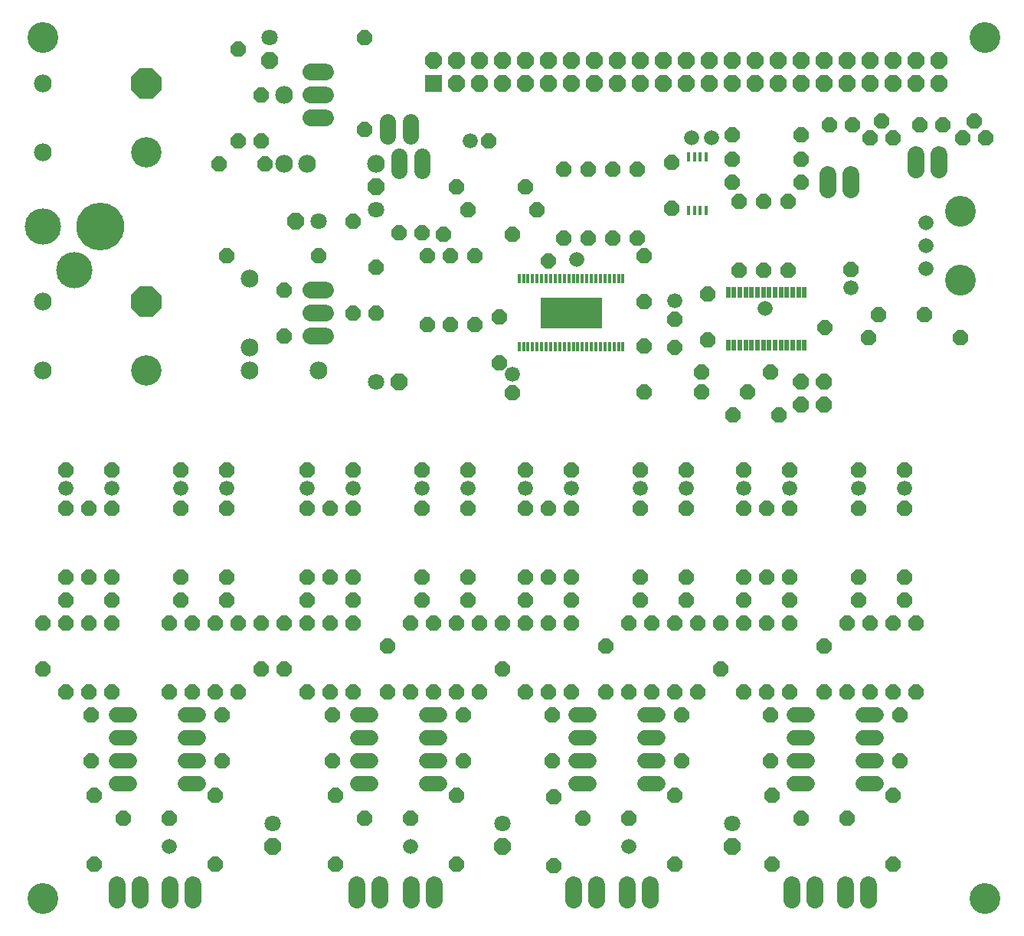
<source format=gts>
G75*
%MOIN*%
%OFA0B0*%
%FSLAX25Y25*%
%IPPOS*%
%LPD*%
%AMOC8*
5,1,8,0,0,1.08239X$1,22.5*
%
%ADD10C,0.13398*%
%ADD11OC8,0.06600*%
%ADD12R,0.01220X0.04370*%
%ADD13R,0.27030X0.13449*%
%ADD14C,0.06600*%
%ADD15C,0.06600*%
%ADD16C,0.07400*%
%ADD17OC8,0.13200*%
%ADD18C,0.13200*%
%ADD19C,0.07731*%
%ADD20OC8,0.07100*%
%ADD21C,0.07100*%
%ADD22C,0.15800*%
%ADD23C,0.20800*%
%ADD24R,0.02000X0.04700*%
%ADD25OC8,0.07000*%
%ADD26R,0.07400X0.07400*%
%ADD27OC8,0.07400*%
%ADD28C,0.06550*%
%ADD29R,0.01575X0.04232*%
%ADD30C,0.07000*%
%ADD31C,0.07337*%
%ADD32OC8,0.06550*%
D10*
X0035000Y0027102D03*
X0434375Y0296477D03*
X0434375Y0326477D03*
X0445000Y0402102D03*
X0035000Y0402102D03*
X0445000Y0027102D03*
D11*
X0405000Y0042102D03*
X0385000Y0062102D03*
X0365000Y0062102D03*
X0352500Y0072102D03*
X0351875Y0087102D03*
X0351875Y0107102D03*
X0350000Y0117102D03*
X0340000Y0117102D03*
X0330000Y0127102D03*
X0320000Y0117102D03*
X0310000Y0117102D03*
X0300000Y0117102D03*
X0290000Y0117102D03*
X0280000Y0117102D03*
X0265000Y0117102D03*
X0255000Y0117102D03*
X0245000Y0117102D03*
X0235000Y0127102D03*
X0225000Y0117102D03*
X0215000Y0117102D03*
X0205000Y0117102D03*
X0195000Y0117102D03*
X0185000Y0117102D03*
X0170000Y0117102D03*
X0160000Y0117102D03*
X0150000Y0117102D03*
X0140000Y0127102D03*
X0130000Y0127102D03*
X0120000Y0117102D03*
X0110000Y0117102D03*
X0100000Y0117102D03*
X0090000Y0117102D03*
X0065000Y0117102D03*
X0055000Y0117102D03*
X0045000Y0117102D03*
X0035000Y0127102D03*
X0035000Y0147102D03*
X0045000Y0147102D03*
X0055000Y0147102D03*
X0065000Y0147102D03*
X0065000Y0157102D03*
X0065000Y0167102D03*
X0055000Y0167102D03*
X0045000Y0167102D03*
X0045000Y0157102D03*
X0090000Y0147102D03*
X0100000Y0147102D03*
X0110000Y0147102D03*
X0115000Y0157102D03*
X0120000Y0147102D03*
X0130000Y0147102D03*
X0140000Y0147102D03*
X0150000Y0147102D03*
X0160000Y0147102D03*
X0170000Y0147102D03*
X0170000Y0157102D03*
X0170000Y0167102D03*
X0160000Y0167102D03*
X0150000Y0167102D03*
X0150000Y0157102D03*
X0115000Y0167102D03*
X0095000Y0167102D03*
X0095000Y0157102D03*
X0095000Y0197102D03*
X0095000Y0213602D03*
X0115000Y0213602D03*
X0115000Y0197102D03*
X0150000Y0197102D03*
X0160000Y0197102D03*
X0170000Y0197102D03*
X0170000Y0213602D03*
X0150000Y0213602D03*
X0200000Y0213602D03*
X0200000Y0197102D03*
X0220000Y0197102D03*
X0220000Y0213602D03*
X0245000Y0213602D03*
X0245000Y0197102D03*
X0255000Y0197102D03*
X0265000Y0197102D03*
X0265000Y0213602D03*
X0295000Y0213602D03*
X0295000Y0197102D03*
X0315000Y0197102D03*
X0315000Y0213602D03*
X0340000Y0213602D03*
X0340000Y0197102D03*
X0350000Y0197102D03*
X0360000Y0197102D03*
X0360000Y0213602D03*
X0355625Y0237727D03*
X0341875Y0247727D03*
X0335625Y0237727D03*
X0321875Y0247727D03*
X0321875Y0256477D03*
X0324375Y0270227D03*
X0310000Y0279352D03*
X0296875Y0287102D03*
X0296875Y0267727D03*
X0296875Y0247727D03*
X0324375Y0290227D03*
X0338125Y0300852D03*
X0348750Y0300852D03*
X0359375Y0300852D03*
X0386875Y0301102D03*
X0398750Y0281477D03*
X0394375Y0271477D03*
X0418750Y0281477D03*
X0434375Y0271477D03*
X0410000Y0213602D03*
X0410000Y0197102D03*
X0390000Y0197102D03*
X0390000Y0213602D03*
X0351875Y0256477D03*
X0296875Y0307102D03*
X0293750Y0314602D03*
X0283125Y0314602D03*
X0272500Y0314602D03*
X0261875Y0314602D03*
X0250000Y0327102D03*
X0245000Y0337102D03*
X0261875Y0344602D03*
X0272500Y0344602D03*
X0283125Y0344602D03*
X0293750Y0344602D03*
X0308750Y0347727D03*
X0308750Y0327727D03*
X0335000Y0338977D03*
X0338125Y0330852D03*
X0348750Y0330852D03*
X0359375Y0330852D03*
X0365000Y0338977D03*
X0365000Y0348977D03*
X0365000Y0359602D03*
X0377500Y0363977D03*
X0387500Y0363977D03*
X0395000Y0358352D03*
X0400000Y0365852D03*
X0405000Y0358352D03*
X0416875Y0363977D03*
X0426875Y0363977D03*
X0435625Y0358352D03*
X0440625Y0365852D03*
X0445625Y0358352D03*
X0335000Y0359602D03*
X0335000Y0348977D03*
X0239375Y0316477D03*
X0223125Y0307102D03*
X0212500Y0307102D03*
X0209375Y0316477D03*
X0200000Y0317102D03*
X0190000Y0317102D03*
X0202500Y0307102D03*
X0220000Y0327102D03*
X0215000Y0337102D03*
X0229000Y0357102D03*
X0175000Y0362102D03*
X0175000Y0402102D03*
X0130000Y0377102D03*
X0130000Y0357102D03*
X0120000Y0357102D03*
X0111875Y0347102D03*
X0131875Y0347102D03*
X0170000Y0322102D03*
X0155000Y0307102D03*
X0140000Y0292102D03*
X0140000Y0272102D03*
X0170000Y0282102D03*
X0180000Y0282102D03*
X0180000Y0302102D03*
X0202500Y0277102D03*
X0212500Y0277102D03*
X0223125Y0277102D03*
X0233750Y0280227D03*
X0233750Y0260227D03*
X0239375Y0247477D03*
X0245000Y0167102D03*
X0255000Y0167102D03*
X0265000Y0167102D03*
X0265000Y0157102D03*
X0265000Y0147102D03*
X0255000Y0147102D03*
X0245000Y0147102D03*
X0235000Y0147102D03*
X0245000Y0157102D03*
X0225000Y0147102D03*
X0215000Y0147102D03*
X0205000Y0147102D03*
X0195000Y0147102D03*
X0200000Y0157102D03*
X0200000Y0167102D03*
X0220000Y0167102D03*
X0220000Y0157102D03*
X0185000Y0137102D03*
X0161250Y0107102D03*
X0161250Y0087102D03*
X0162500Y0072102D03*
X0175000Y0062102D03*
X0195000Y0062102D03*
X0215000Y0072102D03*
X0218125Y0087102D03*
X0218125Y0107102D03*
X0256875Y0107102D03*
X0256875Y0087102D03*
X0257500Y0071477D03*
X0270000Y0062102D03*
X0290000Y0062102D03*
X0310000Y0072102D03*
X0313125Y0087102D03*
X0313125Y0107102D03*
X0280000Y0137102D03*
X0290000Y0147102D03*
X0300000Y0147102D03*
X0310000Y0147102D03*
X0320000Y0147102D03*
X0330000Y0147102D03*
X0340000Y0147102D03*
X0350000Y0147102D03*
X0360000Y0147102D03*
X0360000Y0157102D03*
X0360000Y0167102D03*
X0350000Y0167102D03*
X0340000Y0167102D03*
X0340000Y0157102D03*
X0315000Y0157102D03*
X0315000Y0167102D03*
X0295000Y0167102D03*
X0295000Y0157102D03*
X0360000Y0117102D03*
X0375000Y0117102D03*
X0385000Y0117102D03*
X0395000Y0117102D03*
X0405000Y0117102D03*
X0415000Y0117102D03*
X0408125Y0107102D03*
X0408125Y0087102D03*
X0405000Y0072102D03*
X0352500Y0042102D03*
X0310000Y0042102D03*
X0257500Y0041477D03*
X0215000Y0042102D03*
X0162500Y0042102D03*
X0113125Y0087102D03*
X0110000Y0072102D03*
X0090000Y0062102D03*
X0070000Y0062102D03*
X0057500Y0072102D03*
X0056250Y0087102D03*
X0056250Y0107102D03*
X0113125Y0107102D03*
X0110000Y0042102D03*
X0057500Y0042102D03*
X0055000Y0197102D03*
X0045000Y0197102D03*
X0045000Y0213602D03*
X0065000Y0213602D03*
X0065000Y0197102D03*
X0115000Y0307102D03*
X0120000Y0397102D03*
X0390000Y0167102D03*
X0390000Y0157102D03*
X0385000Y0147102D03*
X0395000Y0147102D03*
X0405000Y0147102D03*
X0415000Y0147102D03*
X0410000Y0157102D03*
X0410000Y0167102D03*
X0375000Y0137102D03*
D12*
X0287638Y0267338D03*
X0285669Y0267338D03*
X0283701Y0267338D03*
X0281732Y0267338D03*
X0279764Y0267338D03*
X0277795Y0267338D03*
X0275827Y0267338D03*
X0273858Y0267338D03*
X0271890Y0267338D03*
X0269921Y0267338D03*
X0267953Y0267338D03*
X0265984Y0267338D03*
X0264016Y0267338D03*
X0262047Y0267338D03*
X0260079Y0267338D03*
X0258110Y0267338D03*
X0256142Y0267338D03*
X0254173Y0267338D03*
X0252205Y0267338D03*
X0250236Y0267338D03*
X0248268Y0267338D03*
X0246299Y0267338D03*
X0244331Y0267338D03*
X0242362Y0267338D03*
X0242362Y0296866D03*
X0244331Y0296866D03*
X0246299Y0296866D03*
X0248268Y0296866D03*
X0250236Y0296866D03*
X0252205Y0296866D03*
X0254173Y0296866D03*
X0256142Y0296866D03*
X0258110Y0296866D03*
X0260079Y0296866D03*
X0262047Y0296866D03*
X0264016Y0296866D03*
X0265984Y0296866D03*
X0267953Y0296866D03*
X0269921Y0296866D03*
X0271890Y0296866D03*
X0273858Y0296866D03*
X0275827Y0296866D03*
X0277795Y0296866D03*
X0279764Y0296866D03*
X0281732Y0296866D03*
X0283701Y0296866D03*
X0285669Y0296866D03*
X0287638Y0296866D03*
D13*
X0264985Y0282080D03*
D14*
X0239375Y0255477D03*
X0245000Y0205602D03*
X0265000Y0205602D03*
X0295000Y0205602D03*
X0315000Y0205602D03*
X0340000Y0205602D03*
X0360000Y0205602D03*
X0390000Y0205602D03*
X0410000Y0205602D03*
X0386875Y0293102D03*
X0310000Y0287352D03*
X0221000Y0357102D03*
X0220000Y0205602D03*
X0200000Y0205602D03*
X0170000Y0205602D03*
X0150000Y0205602D03*
X0115000Y0205602D03*
X0095000Y0205602D03*
X0065000Y0205602D03*
X0045000Y0205602D03*
D15*
X0067100Y0107102D02*
X0072900Y0107102D01*
X0072900Y0097102D02*
X0067100Y0097102D01*
X0067100Y0087102D02*
X0072900Y0087102D01*
X0072900Y0077102D02*
X0067100Y0077102D01*
X0097100Y0077102D02*
X0102900Y0077102D01*
X0102900Y0087102D02*
X0097100Y0087102D01*
X0097100Y0097102D02*
X0102900Y0097102D01*
X0102900Y0107102D02*
X0097100Y0107102D01*
X0172100Y0107102D02*
X0177900Y0107102D01*
X0177900Y0097102D02*
X0172100Y0097102D01*
X0172100Y0087102D02*
X0177900Y0087102D01*
X0177900Y0077102D02*
X0172100Y0077102D01*
X0202100Y0077102D02*
X0207900Y0077102D01*
X0207900Y0087102D02*
X0202100Y0087102D01*
X0202100Y0097102D02*
X0207900Y0097102D01*
X0207900Y0107102D02*
X0202100Y0107102D01*
X0267100Y0107102D02*
X0272900Y0107102D01*
X0272900Y0097102D02*
X0267100Y0097102D01*
X0267100Y0087102D02*
X0272900Y0087102D01*
X0272900Y0077102D02*
X0267100Y0077102D01*
X0297100Y0077102D02*
X0302900Y0077102D01*
X0302900Y0087102D02*
X0297100Y0087102D01*
X0297100Y0097102D02*
X0302900Y0097102D01*
X0302900Y0107102D02*
X0297100Y0107102D01*
X0362100Y0107102D02*
X0367900Y0107102D01*
X0367900Y0097102D02*
X0362100Y0097102D01*
X0362100Y0087102D02*
X0367900Y0087102D01*
X0367900Y0077102D02*
X0362100Y0077102D01*
X0392100Y0077102D02*
X0397900Y0077102D01*
X0397900Y0087102D02*
X0392100Y0087102D01*
X0392100Y0097102D02*
X0397900Y0097102D01*
X0397900Y0107102D02*
X0392100Y0107102D01*
D16*
X0158300Y0272102D02*
X0151700Y0272102D01*
X0151700Y0282102D02*
X0158300Y0282102D01*
X0158300Y0292102D02*
X0151700Y0292102D01*
X0151700Y0367102D02*
X0158300Y0367102D01*
X0158300Y0377102D02*
X0151700Y0377102D01*
X0151700Y0387102D02*
X0158300Y0387102D01*
D17*
X0080000Y0382102D03*
X0080000Y0287102D03*
D18*
X0080000Y0257102D03*
X0080000Y0352102D03*
D19*
X0035000Y0352102D03*
X0035000Y0382102D03*
X0125000Y0297102D03*
X0125000Y0267102D03*
X0125000Y0257102D03*
X0155000Y0257102D03*
X0150000Y0347102D03*
X0140000Y0347102D03*
X0140000Y0377102D03*
X0180000Y0347102D03*
X0035000Y0287102D03*
X0035000Y0257102D03*
D20*
X0145000Y0322102D03*
X0180000Y0337102D03*
X0133750Y0392102D03*
X0190000Y0252102D03*
X0235000Y0049602D03*
X0335000Y0049602D03*
X0135000Y0049602D03*
D21*
X0135000Y0059602D03*
X0235000Y0059602D03*
X0335000Y0059602D03*
X0180000Y0252102D03*
X0155000Y0322102D03*
X0180000Y0327102D03*
X0133750Y0402102D03*
D22*
X0035000Y0319602D03*
X0048750Y0300852D03*
D23*
X0060000Y0319602D03*
D24*
X0333366Y0291089D03*
X0335925Y0291089D03*
X0338484Y0291089D03*
X0341043Y0291089D03*
X0343602Y0291089D03*
X0346161Y0291089D03*
X0348720Y0291089D03*
X0351280Y0291089D03*
X0353839Y0291089D03*
X0356398Y0291089D03*
X0358957Y0291089D03*
X0361516Y0291089D03*
X0364075Y0291089D03*
X0366634Y0291089D03*
X0366634Y0268115D03*
X0364075Y0268115D03*
X0361516Y0268115D03*
X0358957Y0268115D03*
X0356398Y0268115D03*
X0353839Y0268115D03*
X0351280Y0268115D03*
X0348720Y0268115D03*
X0346161Y0268115D03*
X0343602Y0268115D03*
X0341043Y0268115D03*
X0338484Y0268115D03*
X0335925Y0268115D03*
X0333366Y0268115D03*
D25*
X0365000Y0252102D03*
X0365000Y0242102D03*
X0375000Y0242102D03*
X0375000Y0252102D03*
D26*
X0205000Y0382102D03*
D27*
X0215000Y0382102D03*
X0225000Y0382102D03*
X0225000Y0392102D03*
X0215000Y0392102D03*
X0205000Y0392102D03*
X0235000Y0392102D03*
X0235000Y0382102D03*
X0245000Y0382102D03*
X0255000Y0382102D03*
X0265000Y0382102D03*
X0275000Y0382102D03*
X0285000Y0382102D03*
X0295000Y0382102D03*
X0305000Y0382102D03*
X0315000Y0382102D03*
X0325000Y0382102D03*
X0335000Y0382102D03*
X0335000Y0392102D03*
X0325000Y0392102D03*
X0315000Y0392102D03*
X0305000Y0392102D03*
X0295000Y0392102D03*
X0285000Y0392102D03*
X0275000Y0392102D03*
X0265000Y0392102D03*
X0255000Y0392102D03*
X0245000Y0392102D03*
X0345000Y0392102D03*
X0345000Y0382102D03*
X0355000Y0382102D03*
X0365000Y0382102D03*
X0375000Y0382102D03*
X0385000Y0382102D03*
X0395000Y0382102D03*
X0405000Y0382102D03*
X0415000Y0382102D03*
X0425000Y0382102D03*
X0425000Y0392102D03*
X0415000Y0392102D03*
X0405000Y0392102D03*
X0395000Y0392102D03*
X0385000Y0392102D03*
X0375000Y0392102D03*
X0365000Y0392102D03*
X0355000Y0392102D03*
D28*
X0326250Y0358352D03*
X0317500Y0358352D03*
X0267500Y0305227D03*
X0349375Y0283977D03*
X0419375Y0301477D03*
X0419375Y0311477D03*
X0419375Y0321477D03*
X0290000Y0049602D03*
X0195000Y0049602D03*
X0090000Y0049602D03*
D29*
X0316161Y0326787D03*
X0318720Y0326787D03*
X0321280Y0326787D03*
X0323839Y0326787D03*
X0323839Y0349917D03*
X0321280Y0349917D03*
X0318720Y0349917D03*
X0316161Y0349917D03*
D30*
X0200000Y0350202D02*
X0200000Y0344002D01*
X0190000Y0344002D02*
X0190000Y0350202D01*
X0185000Y0359002D02*
X0185000Y0365202D01*
X0195000Y0365202D02*
X0195000Y0359002D01*
D31*
X0376875Y0342246D02*
X0376875Y0335709D01*
X0386875Y0335709D02*
X0386875Y0342246D01*
X0415000Y0344459D02*
X0415000Y0350996D01*
X0425000Y0350996D02*
X0425000Y0344459D01*
X0394375Y0032871D02*
X0394375Y0026334D01*
X0384375Y0026334D02*
X0384375Y0032871D01*
X0371250Y0032871D02*
X0371250Y0026334D01*
X0361250Y0026334D02*
X0361250Y0032871D01*
X0299375Y0032871D02*
X0299375Y0026334D01*
X0289375Y0026334D02*
X0289375Y0032871D01*
X0276250Y0032871D02*
X0276250Y0026334D01*
X0266250Y0026334D02*
X0266250Y0032871D01*
X0205625Y0032871D02*
X0205625Y0026334D01*
X0195625Y0026334D02*
X0195625Y0032871D01*
X0181875Y0032871D02*
X0181875Y0026334D01*
X0171875Y0026334D02*
X0171875Y0032871D01*
X0100625Y0032871D02*
X0100625Y0026334D01*
X0090625Y0026334D02*
X0090625Y0032871D01*
X0077500Y0032871D02*
X0077500Y0026334D01*
X0067500Y0026334D02*
X0067500Y0032871D01*
D32*
X0310000Y0267102D03*
X0255000Y0304602D03*
X0375625Y0275852D03*
M02*

</source>
